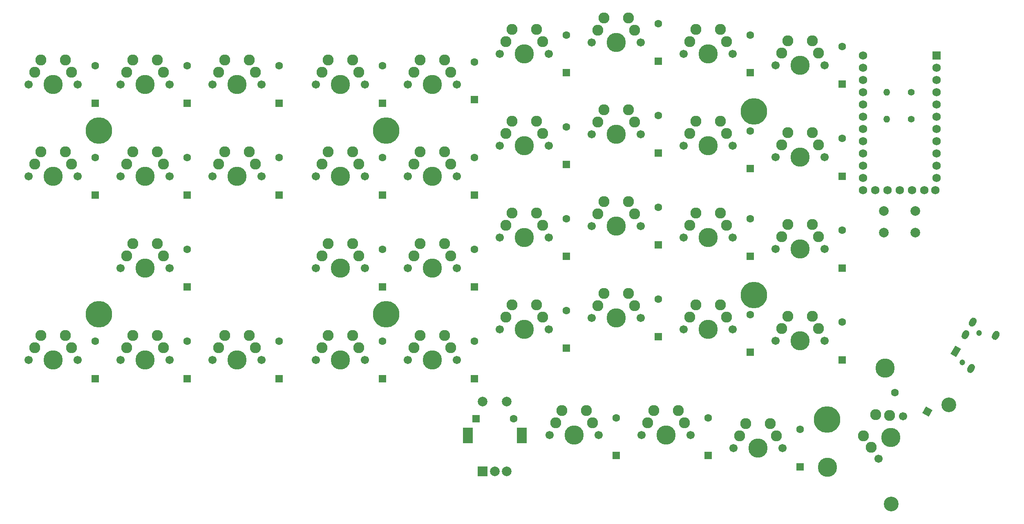
<source format=gbr>
%TF.GenerationSoftware,KiCad,Pcbnew,(5.1.9-0-10_14)*%
%TF.CreationDate,2021-04-25T18:42:27-05:00*%
%TF.ProjectId,wren-nav,7772656e-2d6e-4617-962e-6b696361645f,rev?*%
%TF.SameCoordinates,Original*%
%TF.FileFunction,Soldermask,Top*%
%TF.FilePolarity,Negative*%
%FSLAX46Y46*%
G04 Gerber Fmt 4.6, Leading zero omitted, Abs format (unit mm)*
G04 Created by KiCad (PCBNEW (5.1.9-0-10_14)) date 2021-04-25 18:42:27*
%MOMM*%
%LPD*%
G01*
G04 APERTURE LIST*
%ADD10C,1.752600*%
%ADD11R,1.752600X1.752600*%
%ADD12C,1.701800*%
%ADD13C,2.286000*%
%ADD14C,3.987800*%
%ADD15C,3.048000*%
%ADD16C,1.600000*%
%ADD17R,1.600000X1.600000*%
%ADD18C,5.500000*%
%ADD19O,1.400000X1.400000*%
%ADD20C,1.400000*%
%ADD21C,0.100000*%
%ADD22C,2.000000*%
%ADD23R,2.000000X3.200000*%
%ADD24R,2.000000X2.000000*%
%ADD25C,1.200000*%
G04 APERTURE END LIST*
D10*
%TO.C,U1*%
X246380000Y-58420000D03*
X243840000Y-58420000D03*
X241300000Y-58420000D03*
X238760000Y-58420000D03*
X236220000Y-58420000D03*
X233680000Y-30480000D03*
X248691400Y-58420000D03*
X233680000Y-33020000D03*
X233680000Y-35560000D03*
X233680000Y-38100000D03*
X233680000Y-40640000D03*
X233680000Y-43180000D03*
X233680000Y-45720000D03*
X233680000Y-48260000D03*
X233680000Y-50800000D03*
X233680000Y-53340000D03*
X233680000Y-55880000D03*
X233680000Y-58420000D03*
X248920000Y-55880000D03*
X248920000Y-53340000D03*
X248920000Y-50800000D03*
X248920000Y-48260000D03*
X248920000Y-45720000D03*
X248920000Y-43180000D03*
X248920000Y-40640000D03*
X248920000Y-38100000D03*
X248920000Y-35560000D03*
X248920000Y-33020000D03*
D11*
X248920000Y-30480000D03*
%TD*%
D12*
%TO.C,MX9*%
X60801250Y-36512500D03*
X70961250Y-36512500D03*
D13*
X62071250Y-33972500D03*
D14*
X65881250Y-36512500D03*
D13*
X68421250Y-31432500D03*
X63341250Y-31432500D03*
X69691250Y-33972500D03*
%TD*%
D12*
%TO.C,MX39*%
X60801250Y-93662500D03*
X70961250Y-93662500D03*
D13*
X62071250Y-91122500D03*
D14*
X65881250Y-93662500D03*
D13*
X68421250Y-88582500D03*
X63341250Y-88582500D03*
X69691250Y-91122500D03*
%TD*%
D15*
%TO.C,REF\u002A\u002A*%
X251483187Y-102946548D03*
X239583187Y-123557952D03*
D14*
X238284960Y-95326548D03*
X226384960Y-115937952D03*
%TD*%
D12*
%TO.C,MX41*%
X236944000Y-114159159D03*
X242024000Y-105360341D03*
D13*
X235379295Y-111789307D03*
D14*
X239484000Y-109759750D03*
D13*
X236354591Y-105020045D03*
X233814591Y-109419455D03*
X239189295Y-105190193D03*
%TD*%
D12*
%TO.C,MX15*%
X139382500Y-55562500D03*
X149542500Y-55562500D03*
D13*
X140652500Y-53022500D03*
D14*
X144462500Y-55562500D03*
D13*
X147002500Y-50482500D03*
X141922500Y-50482500D03*
X148272500Y-53022500D03*
%TD*%
D12*
%TO.C,MX44*%
X168745000Y-109251750D03*
X178905000Y-109251750D03*
D13*
X170015000Y-106711750D03*
D14*
X173825000Y-109251750D03*
D13*
X176365000Y-104171750D03*
X171285000Y-104171750D03*
X177635000Y-106711750D03*
%TD*%
D12*
%TO.C,MX43*%
X187795000Y-109251750D03*
X197955000Y-109251750D03*
D13*
X189065000Y-106711750D03*
D14*
X192875000Y-109251750D03*
D13*
X195415000Y-104171750D03*
X190335000Y-104171750D03*
X196685000Y-106711750D03*
%TD*%
D12*
%TO.C,MX42*%
X206845000Y-111918750D03*
X217005000Y-111918750D03*
D13*
X208115000Y-109378750D03*
D14*
X211925000Y-111918750D03*
D13*
X214465000Y-106838750D03*
X209385000Y-106838750D03*
X215735000Y-109378750D03*
%TD*%
D12*
%TO.C,MX38*%
X79851250Y-93662500D03*
X90011250Y-93662500D03*
D13*
X81121250Y-91122500D03*
D14*
X84931250Y-93662500D03*
D13*
X87471250Y-88582500D03*
X82391250Y-88582500D03*
X88741250Y-91122500D03*
%TD*%
D12*
%TO.C,MX37*%
X98901250Y-93662500D03*
X109061250Y-93662500D03*
D13*
X100171250Y-91122500D03*
D14*
X103981250Y-93662500D03*
D13*
X106521250Y-88582500D03*
X101441250Y-88582500D03*
X107791250Y-91122500D03*
%TD*%
D12*
%TO.C,MX36*%
X120332500Y-93662500D03*
X130492500Y-93662500D03*
D13*
X121602500Y-91122500D03*
D14*
X125412500Y-93662500D03*
D13*
X127952500Y-88582500D03*
X122872500Y-88582500D03*
X129222500Y-91122500D03*
%TD*%
D12*
%TO.C,MX35*%
X139382500Y-93662500D03*
X149542500Y-93662500D03*
D13*
X140652500Y-91122500D03*
D14*
X144462500Y-93662500D03*
D13*
X147002500Y-88582500D03*
X141922500Y-88582500D03*
X148272500Y-91122500D03*
%TD*%
D12*
%TO.C,MX34*%
X158432500Y-87312500D03*
X168592500Y-87312500D03*
D13*
X159702500Y-84772500D03*
D14*
X163512500Y-87312500D03*
D13*
X166052500Y-82232500D03*
X160972500Y-82232500D03*
X167322500Y-84772500D03*
%TD*%
D12*
%TO.C,MX33*%
X177482500Y-84931250D03*
X187642500Y-84931250D03*
D13*
X178752500Y-82391250D03*
D14*
X182562500Y-84931250D03*
D13*
X185102500Y-79851250D03*
X180022500Y-79851250D03*
X186372500Y-82391250D03*
%TD*%
D12*
%TO.C,MX32*%
X196532500Y-87312500D03*
X206692500Y-87312500D03*
D13*
X197802500Y-84772500D03*
D14*
X201612500Y-87312500D03*
D13*
X204152500Y-82232500D03*
X199072500Y-82232500D03*
X205422500Y-84772500D03*
%TD*%
D12*
%TO.C,MX31*%
X215582500Y-89693750D03*
X225742500Y-89693750D03*
D13*
X216852500Y-87153750D03*
D14*
X220662500Y-89693750D03*
D13*
X223202500Y-84613750D03*
X218122500Y-84613750D03*
X224472500Y-87153750D03*
%TD*%
D12*
%TO.C,MX28*%
X79851250Y-74612500D03*
X90011250Y-74612500D03*
D13*
X81121250Y-72072500D03*
D14*
X84931250Y-74612500D03*
D13*
X87471250Y-69532500D03*
X82391250Y-69532500D03*
X88741250Y-72072500D03*
%TD*%
D12*
%TO.C,MX26*%
X120332500Y-74612500D03*
X130492500Y-74612500D03*
D13*
X121602500Y-72072500D03*
D14*
X125412500Y-74612500D03*
D13*
X127952500Y-69532500D03*
X122872500Y-69532500D03*
X129222500Y-72072500D03*
%TD*%
D12*
%TO.C,MX25*%
X139382500Y-74612500D03*
X149542500Y-74612500D03*
D13*
X140652500Y-72072500D03*
D14*
X144462500Y-74612500D03*
D13*
X147002500Y-69532500D03*
X141922500Y-69532500D03*
X148272500Y-72072500D03*
%TD*%
D12*
%TO.C,MX24*%
X158432500Y-68262500D03*
X168592500Y-68262500D03*
D13*
X159702500Y-65722500D03*
D14*
X163512500Y-68262500D03*
D13*
X166052500Y-63182500D03*
X160972500Y-63182500D03*
X167322500Y-65722500D03*
%TD*%
D12*
%TO.C,MX23*%
X177482500Y-65881250D03*
X187642500Y-65881250D03*
D13*
X178752500Y-63341250D03*
D14*
X182562500Y-65881250D03*
D13*
X185102500Y-60801250D03*
X180022500Y-60801250D03*
X186372500Y-63341250D03*
%TD*%
D12*
%TO.C,MX22*%
X196532500Y-68262500D03*
X206692500Y-68262500D03*
D13*
X197802500Y-65722500D03*
D14*
X201612500Y-68262500D03*
D13*
X204152500Y-63182500D03*
X199072500Y-63182500D03*
X205422500Y-65722500D03*
%TD*%
D12*
%TO.C,MX21*%
X215582500Y-70643750D03*
X225742500Y-70643750D03*
D13*
X216852500Y-68103750D03*
D14*
X220662500Y-70643750D03*
D13*
X223202500Y-65563750D03*
X218122500Y-65563750D03*
X224472500Y-68103750D03*
%TD*%
D12*
%TO.C,MX19*%
X60801250Y-55562500D03*
X70961250Y-55562500D03*
D13*
X62071250Y-53022500D03*
D14*
X65881250Y-55562500D03*
D13*
X68421250Y-50482500D03*
X63341250Y-50482500D03*
X69691250Y-53022500D03*
%TD*%
D12*
%TO.C,MX18*%
X79851250Y-55562500D03*
X90011250Y-55562500D03*
D13*
X81121250Y-53022500D03*
D14*
X84931250Y-55562500D03*
D13*
X87471250Y-50482500D03*
X82391250Y-50482500D03*
X88741250Y-53022500D03*
%TD*%
D12*
%TO.C,MX17*%
X98901250Y-55562500D03*
X109061250Y-55562500D03*
D13*
X100171250Y-53022500D03*
D14*
X103981250Y-55562500D03*
D13*
X106521250Y-50482500D03*
X101441250Y-50482500D03*
X107791250Y-53022500D03*
%TD*%
D12*
%TO.C,MX16*%
X120332500Y-55562500D03*
X130492500Y-55562500D03*
D13*
X121602500Y-53022500D03*
D14*
X125412500Y-55562500D03*
D13*
X127952500Y-50482500D03*
X122872500Y-50482500D03*
X129222500Y-53022500D03*
%TD*%
D12*
%TO.C,MX14*%
X158432500Y-49212500D03*
X168592500Y-49212500D03*
D13*
X159702500Y-46672500D03*
D14*
X163512500Y-49212500D03*
D13*
X166052500Y-44132500D03*
X160972500Y-44132500D03*
X167322500Y-46672500D03*
%TD*%
D12*
%TO.C,MX13*%
X177482500Y-46831250D03*
X187642500Y-46831250D03*
D13*
X178752500Y-44291250D03*
D14*
X182562500Y-46831250D03*
D13*
X185102500Y-41751250D03*
X180022500Y-41751250D03*
X186372500Y-44291250D03*
%TD*%
D12*
%TO.C,MX12*%
X196532500Y-49212500D03*
X206692500Y-49212500D03*
D13*
X197802500Y-46672500D03*
D14*
X201612500Y-49212500D03*
D13*
X204152500Y-44132500D03*
X199072500Y-44132500D03*
X205422500Y-46672500D03*
%TD*%
D12*
%TO.C,MX11*%
X215582500Y-51593750D03*
X225742500Y-51593750D03*
D13*
X216852500Y-49053750D03*
D14*
X220662500Y-51593750D03*
D13*
X223202500Y-46513750D03*
X218122500Y-46513750D03*
X224472500Y-49053750D03*
%TD*%
D12*
%TO.C,MX8*%
X79851250Y-36512500D03*
X90011250Y-36512500D03*
D13*
X81121250Y-33972500D03*
D14*
X84931250Y-36512500D03*
D13*
X87471250Y-31432500D03*
X82391250Y-31432500D03*
X88741250Y-33972500D03*
%TD*%
D12*
%TO.C,MX7*%
X98901250Y-36512500D03*
X109061250Y-36512500D03*
D13*
X100171250Y-33972500D03*
D14*
X103981250Y-36512500D03*
D13*
X106521250Y-31432500D03*
X101441250Y-31432500D03*
X107791250Y-33972500D03*
%TD*%
D12*
%TO.C,MX6*%
X120332500Y-36512500D03*
X130492500Y-36512500D03*
D13*
X121602500Y-33972500D03*
D14*
X125412500Y-36512500D03*
D13*
X127952500Y-31432500D03*
X122872500Y-31432500D03*
X129222500Y-33972500D03*
%TD*%
D12*
%TO.C,MX5*%
X139382500Y-36512500D03*
X149542500Y-36512500D03*
D13*
X140652500Y-33972500D03*
D14*
X144462500Y-36512500D03*
D13*
X147002500Y-31432500D03*
X141922500Y-31432500D03*
X148272500Y-33972500D03*
%TD*%
D12*
%TO.C,MX4*%
X158432500Y-30162500D03*
X168592500Y-30162500D03*
D13*
X159702500Y-27622500D03*
D14*
X163512500Y-30162500D03*
D13*
X166052500Y-25082500D03*
X160972500Y-25082500D03*
X167322500Y-27622500D03*
%TD*%
D12*
%TO.C,MX3*%
X177482500Y-27781250D03*
X187642500Y-27781250D03*
D13*
X178752500Y-25241250D03*
D14*
X182562500Y-27781250D03*
D13*
X185102500Y-22701250D03*
X180022500Y-22701250D03*
X186372500Y-25241250D03*
%TD*%
D12*
%TO.C,MX2*%
X196532500Y-30162500D03*
X206692500Y-30162500D03*
D13*
X197802500Y-27622500D03*
D14*
X201612500Y-30162500D03*
D13*
X204152500Y-25082500D03*
X199072500Y-25082500D03*
X205422500Y-27622500D03*
%TD*%
D12*
%TO.C,MX1*%
X215582500Y-32543750D03*
X225742500Y-32543750D03*
D13*
X216852500Y-30003750D03*
D14*
X220662500Y-32543750D03*
D13*
X223202500Y-27463750D03*
X218122500Y-27463750D03*
X224472500Y-30003750D03*
%TD*%
D16*
%TO.C,D43*%
X201609500Y-105637500D03*
D17*
X201609500Y-113437500D03*
%TD*%
D18*
%TO.C,H7*%
X226250500Y-106013250D03*
%TD*%
%TO.C,H6*%
X211137500Y-80168750D03*
%TD*%
%TO.C,H5*%
X134937500Y-84137500D03*
%TD*%
%TO.C,H4*%
X75400000Y-84137500D03*
%TD*%
%TO.C,H3*%
X211137500Y-42068750D03*
%TD*%
%TO.C,H2*%
X134937500Y-46037500D03*
%TD*%
%TO.C,H1*%
X75400000Y-46037500D03*
%TD*%
D19*
%TO.C,R2*%
X238585000Y-43656250D03*
D20*
X243665000Y-43656250D03*
%TD*%
D19*
%TO.C,R1*%
X238585000Y-38100000D03*
D20*
X243665000Y-38100000D03*
%TD*%
D16*
%TO.C,D45*%
X161342000Y-105822750D03*
D17*
X153542000Y-105822750D03*
%TD*%
D16*
%TO.C,D44*%
X182562500Y-105637500D03*
D17*
X182562500Y-113437500D03*
%TD*%
D16*
%TO.C,D42*%
X220653500Y-108018750D03*
D17*
X220653500Y-115818750D03*
%TD*%
D16*
%TO.C,D41*%
X240290501Y-100443750D03*
D21*
G36*
X248138319Y-104050930D02*
G01*
X247338319Y-105436570D01*
X245952679Y-104636570D01*
X246752679Y-103250930D01*
X248138319Y-104050930D01*
G37*
%TD*%
D16*
%TO.C,D39*%
X74649500Y-89762500D03*
D17*
X74649500Y-97562500D03*
%TD*%
D16*
%TO.C,D38*%
X93693500Y-89750000D03*
D17*
X93693500Y-97550000D03*
%TD*%
D16*
%TO.C,D37*%
X112737500Y-89762500D03*
D17*
X112737500Y-97562500D03*
%TD*%
D16*
%TO.C,D36*%
X134162000Y-89762500D03*
D17*
X134162000Y-97562500D03*
%TD*%
D16*
%TO.C,D35*%
X153206000Y-89762500D03*
D17*
X153206000Y-97562500D03*
%TD*%
D16*
%TO.C,D34*%
X172250000Y-83412500D03*
D17*
X172250000Y-91212500D03*
%TD*%
D16*
%TO.C,D33*%
X191294000Y-81031250D03*
D17*
X191294000Y-88831250D03*
%TD*%
D16*
%TO.C,D32*%
X210338000Y-84206250D03*
D17*
X210338000Y-92006250D03*
%TD*%
D16*
%TO.C,D31*%
X229382000Y-85793750D03*
D17*
X229382000Y-93593750D03*
%TD*%
D16*
%TO.C,D28*%
X93693500Y-70712500D03*
D17*
X93693500Y-78512500D03*
%TD*%
D16*
%TO.C,D26*%
X134162000Y-70712500D03*
D17*
X134162000Y-78512500D03*
%TD*%
D16*
%TO.C,D25*%
X153206000Y-70712500D03*
D17*
X153206000Y-78512500D03*
%TD*%
D16*
%TO.C,D24*%
X172250000Y-64362500D03*
D17*
X172250000Y-72162500D03*
%TD*%
D16*
%TO.C,D23*%
X191294000Y-61981250D03*
D17*
X191294000Y-69781250D03*
%TD*%
D16*
%TO.C,D22*%
X210338000Y-64362500D03*
D17*
X210338000Y-72162500D03*
%TD*%
D16*
%TO.C,D21*%
X229382000Y-66743750D03*
D17*
X229382000Y-74543750D03*
%TD*%
D16*
%TO.C,D19*%
X74649500Y-51662500D03*
D17*
X74649500Y-59462500D03*
%TD*%
D16*
%TO.C,D18*%
X93693500Y-51662500D03*
D17*
X93693500Y-59462500D03*
%TD*%
D16*
%TO.C,D17*%
X112737500Y-51662500D03*
D17*
X112737500Y-59462500D03*
%TD*%
D16*
%TO.C,D16*%
X134162000Y-51662500D03*
D17*
X134162000Y-59462500D03*
%TD*%
D16*
%TO.C,D15*%
X153206000Y-51662500D03*
D17*
X153206000Y-59462500D03*
%TD*%
D16*
%TO.C,D14*%
X172250000Y-45312500D03*
D17*
X172250000Y-53112500D03*
%TD*%
D16*
%TO.C,D13*%
X191294000Y-42931250D03*
D17*
X191294000Y-50731250D03*
%TD*%
D16*
%TO.C,D12*%
X210338000Y-46106250D03*
D17*
X210338000Y-53906250D03*
%TD*%
D16*
%TO.C,D11*%
X229382000Y-47693750D03*
D17*
X229382000Y-55493750D03*
%TD*%
D16*
%TO.C,D9*%
X74649500Y-32612500D03*
D17*
X74649500Y-40412500D03*
%TD*%
D16*
%TO.C,D8*%
X93693500Y-32612500D03*
D17*
X93693500Y-40412500D03*
%TD*%
D16*
%TO.C,D7*%
X112737500Y-32612500D03*
D17*
X112737500Y-40412500D03*
%TD*%
D16*
%TO.C,D6*%
X134162000Y-32612500D03*
D17*
X134162000Y-40412500D03*
%TD*%
D16*
%TO.C,D5*%
X153206000Y-31818750D03*
D17*
X153206000Y-39618750D03*
%TD*%
D16*
%TO.C,D4*%
X172250000Y-26262500D03*
D17*
X172250000Y-34062500D03*
%TD*%
D16*
%TO.C,D3*%
X191294000Y-23881250D03*
D17*
X191294000Y-31681250D03*
%TD*%
D16*
%TO.C,D2*%
X210338000Y-26262500D03*
D17*
X210338000Y-34062500D03*
%TD*%
D16*
%TO.C,D1*%
X229382000Y-28581250D03*
D17*
X229382000Y-36381250D03*
%TD*%
D22*
%TO.C,ENC1*%
X159902000Y-102266750D03*
X154902000Y-102266750D03*
D23*
X163002000Y-109266750D03*
X151802000Y-109266750D03*
D22*
X159902000Y-116766750D03*
X157402000Y-116766750D03*
D24*
X154902000Y-116766750D03*
%TD*%
D22*
%TO.C,SW0*%
X244561500Y-62706250D03*
X244561500Y-67206250D03*
X238061500Y-62706250D03*
X238061500Y-67206250D03*
%TD*%
D25*
%TO.C,J1*%
X254287858Y-94128583D03*
X257787858Y-88066405D03*
G36*
G01*
X256946000Y-84924546D02*
X256946000Y-84924546D01*
G75*
G02*
X257202218Y-85880764I-350000J-606218D01*
G01*
X256902218Y-86400380D01*
G75*
G02*
X255946000Y-86656598I-606218J350000D01*
G01*
X255946000Y-86656598D01*
G75*
G02*
X255689782Y-85700380I350000J606218D01*
G01*
X255989782Y-85180764D01*
G75*
G02*
X256946000Y-84924546I606218J-350000D01*
G01*
G37*
G36*
G01*
X255446000Y-87522622D02*
X255446000Y-87522622D01*
G75*
G02*
X255702218Y-88478840I-350000J-606218D01*
G01*
X255402218Y-88998456D01*
G75*
G02*
X254446000Y-89254674I-606218J350000D01*
G01*
X254446000Y-89254674D01*
G75*
G02*
X254189782Y-88298456I350000J606218D01*
G01*
X254489782Y-87778840D01*
G75*
G02*
X255446000Y-87522622I606218J-350000D01*
G01*
G37*
D21*
G36*
X252839782Y-90636725D02*
G01*
X254052218Y-91336725D01*
X253052218Y-93068775D01*
X251839782Y-92368775D01*
X252839782Y-90636725D01*
G37*
G36*
G01*
X256593114Y-94535762D02*
X256593114Y-94535762D01*
G75*
G02*
X256849332Y-95491980I-350000J-606218D01*
G01*
X256549332Y-96011596D01*
G75*
G02*
X255593114Y-96267814I-606218J350000D01*
G01*
X255593114Y-96267814D01*
G75*
G02*
X255336896Y-95311596I350000J606218D01*
G01*
X255636896Y-94791980D01*
G75*
G02*
X256593114Y-94535762I606218J-350000D01*
G01*
G37*
G36*
G01*
X261709140Y-87674546D02*
X261709140Y-87674546D01*
G75*
G02*
X261965358Y-88630764I-350000J-606218D01*
G01*
X261665358Y-89150380D01*
G75*
G02*
X260709140Y-89406598I-606218J350000D01*
G01*
X260709140Y-89406598D01*
G75*
G02*
X260452922Y-88450380I350000J606218D01*
G01*
X260752922Y-87930764D01*
G75*
G02*
X261709140Y-87674546I606218J-350000D01*
G01*
G37*
%TD*%
M02*

</source>
